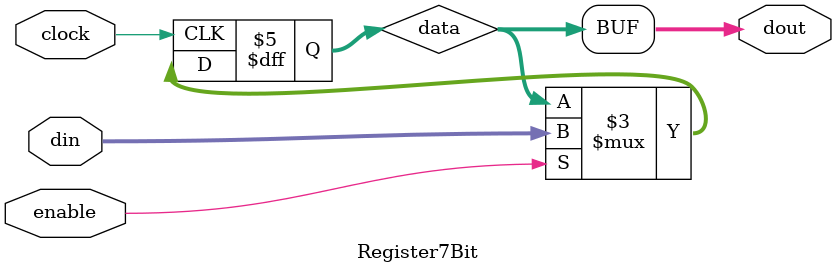
<source format=v>
`timescale 1ns / 1ps
`default_nettype none

/*
**********************************************************
** Logic Design Final Project Fall, 2019 Semester
** Amirkabir University of Technology (Tehran Polytechnic)
** Department of Computer Engineering (CEIT-AUT)
** Logic Circuit Design Laboratory
** https://ceit.aut.ac.ir
**********************************************************
** Student ID: XXXXXXX
** Student ID: XXXXXXX
**********************************************************
** Module Name: Register7Bit
**********************************************************
** Additional Comments:
*/

module Register7Bit(
        clock,
        enable,
        din,
        dout);

input clock;
input enable;
input [6:0] din;
output [6:0] dout;

reg [6:0] data;
initial 
begin
	data = 7'b0000000;
end

	always @(posedge clock) 
	begin : proc_data
		if(enable) begin
			data <= din;
		end
	end

	assign dout = data;

endmodule

</source>
